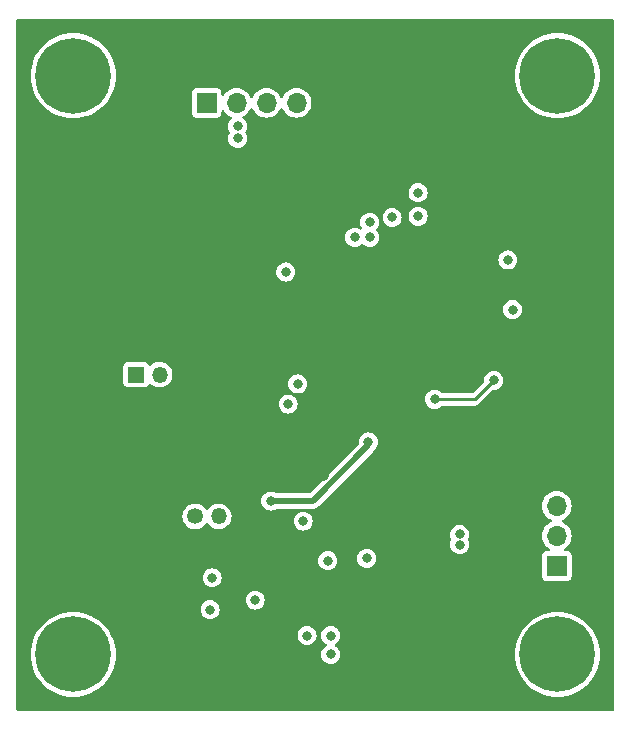
<source format=gbr>
%TF.GenerationSoftware,KiCad,Pcbnew,7.0.2-0*%
%TF.CreationDate,2025-01-08T13:19:12-05:00*%
%TF.ProjectId,plaqchek_sipm_sens,706c6171-6368-4656-9b5f-7369706d5f73,rev?*%
%TF.SameCoordinates,Original*%
%TF.FileFunction,Copper,L4,Bot*%
%TF.FilePolarity,Positive*%
%FSLAX46Y46*%
G04 Gerber Fmt 4.6, Leading zero omitted, Abs format (unit mm)*
G04 Created by KiCad (PCBNEW 7.0.2-0) date 2025-01-08 13:19:12*
%MOMM*%
%LPD*%
G01*
G04 APERTURE LIST*
%TA.AperFunction,ComponentPad*%
%ADD10C,6.400000*%
%TD*%
%TA.AperFunction,ComponentPad*%
%ADD11R,1.700000X1.700000*%
%TD*%
%TA.AperFunction,ComponentPad*%
%ADD12O,1.700000X1.700000*%
%TD*%
%TA.AperFunction,SMDPad,CuDef*%
%ADD13C,1.000000*%
%TD*%
%TA.AperFunction,ComponentPad*%
%ADD14R,1.350000X1.350000*%
%TD*%
%TA.AperFunction,ComponentPad*%
%ADD15O,1.350000X1.350000*%
%TD*%
%TA.AperFunction,ComponentPad*%
%ADD16C,1.350000*%
%TD*%
%TA.AperFunction,ViaPad*%
%ADD17C,0.800000*%
%TD*%
%TA.AperFunction,Conductor*%
%ADD18C,0.500000*%
%TD*%
%TA.AperFunction,Conductor*%
%ADD19C,0.250000*%
%TD*%
G04 APERTURE END LIST*
D10*
%TO.P,H3,1,1*%
%TO.N,Net-(H3-Pad1)*%
X156000000Y-111000000D03*
%TD*%
%TO.P,H2,1,1*%
%TO.N,Net-(H2-Pad1)*%
X197000000Y-62000000D03*
%TD*%
%TO.P,H1,1,1*%
%TO.N,Net-(H1-Pad1)*%
X156000000Y-62000000D03*
%TD*%
D11*
%TO.P,J2,1,Pin_1*%
%TO.N,SPI_3V3_ADC_CS*%
X196950000Y-103505000D03*
D12*
%TO.P,J2,2,Pin_2*%
%TO.N,SPI_3V3_ADC_MISO*%
X196950000Y-100965000D03*
%TO.P,J2,3,Pin_3*%
%TO.N,SPI_3V3_ADC_SCLK*%
X196950000Y-98425000D03*
%TO.P,J2,4,Pin_4*%
%TO.N,GND*%
X196950000Y-95885000D03*
%TD*%
D11*
%TO.P,J3,1,Pin_1*%
%TO.N,SIPM_BIAS_OUT*%
X167296000Y-64300000D03*
D12*
%TO.P,J3,2,Pin_2*%
%TO.N,+6V*%
X169836000Y-64300000D03*
%TO.P,J3,3,Pin_3*%
%TO.N,+3V3*%
X172376000Y-64300000D03*
%TO.P,J3,4,Pin_4*%
%TO.N,-6V5*%
X174916000Y-64300000D03*
%TO.P,J3,5,Pin_5*%
%TO.N,GND*%
X177456000Y-64300000D03*
%TD*%
D10*
%TO.P,H4,1,1*%
%TO.N,Net-(H4-Pad1)*%
X197000000Y-111000000D03*
%TD*%
D13*
%TO.P,TP18,1,1*%
%TO.N,GND*%
X157560000Y-87340000D03*
%TD*%
D14*
%TO.P,U10,1,C*%
%TO.N,/SIPM Readout/SIPM_BIAS*%
X161327000Y-87303000D03*
D15*
%TO.P,U10,2,A*%
%TO.N,/SIPM Readout/SIPM_OUT*%
X163327000Y-87303000D03*
D16*
%TO.P,U10,3,NC*%
%TO.N,unconnected-(U10-NC-Pad3)*%
X166327000Y-99303000D03*
D15*
%TO.P,U10,4,NC*%
%TO.N,unconnected-(U10-NC-Pad4)*%
X168327000Y-99303000D03*
%TD*%
D17*
%TO.N,+6V*%
X193200000Y-81800000D03*
X169926000Y-66294000D03*
X169926000Y-67310000D03*
X192800000Y-77600000D03*
%TO.N,GND*%
X162535000Y-75398000D03*
X184000000Y-58000000D03*
X183000000Y-63400000D03*
X201000000Y-83000000D03*
X186000000Y-109000000D03*
X152000000Y-94000000D03*
X152000000Y-66000000D03*
X176000000Y-58000000D03*
X168000000Y-113000000D03*
X192000000Y-58000000D03*
X164300000Y-78600000D03*
X193000000Y-96000000D03*
X194350000Y-105600000D03*
X152000000Y-78000000D03*
X180000000Y-58000000D03*
X165200000Y-85700000D03*
X152000000Y-106000000D03*
X193400000Y-98600000D03*
X175768000Y-78740000D03*
X190775000Y-111450000D03*
X163800000Y-85600000D03*
X196000000Y-58000000D03*
X181200000Y-81200000D03*
X189250000Y-87200000D03*
X165200000Y-83200000D03*
X152000000Y-70000000D03*
X185700000Y-90300000D03*
X160000000Y-58000000D03*
X160000000Y-85600000D03*
X183000000Y-66000000D03*
X170000000Y-115000000D03*
X201000000Y-111000000D03*
X172000000Y-58000000D03*
X201000000Y-103000000D03*
X172000000Y-80800000D03*
X159000000Y-87000000D03*
X164200000Y-74400000D03*
X179900000Y-96300000D03*
X184750000Y-107000000D03*
X175250000Y-107250000D03*
X163000000Y-89000000D03*
X166000000Y-112000000D03*
X192000000Y-76000000D03*
X180200000Y-66200000D03*
X194150000Y-104425000D03*
X165500000Y-88500000D03*
X163800000Y-82200000D03*
X183000000Y-91000000D03*
X162000000Y-115000000D03*
X174000000Y-115000000D03*
X157400000Y-72700000D03*
X201000000Y-95000000D03*
X168600000Y-70600000D03*
X193830000Y-101150000D03*
X194000000Y-115000000D03*
X189000000Y-109000000D03*
X177371216Y-104777203D03*
X163800000Y-84000000D03*
X185750000Y-107000000D03*
X172750000Y-101000000D03*
X167000000Y-72800000D03*
X188000000Y-58000000D03*
X179750000Y-93000000D03*
X156000000Y-58000000D03*
X154600000Y-79100000D03*
X201000000Y-71000000D03*
X159470000Y-82910000D03*
X162435000Y-73398000D03*
X155900000Y-80400000D03*
X152000000Y-58000000D03*
X190000000Y-115000000D03*
X178300000Y-98090000D03*
X191600000Y-86500000D03*
X158000000Y-115000000D03*
X152000000Y-114000000D03*
X168600000Y-66500000D03*
X190000000Y-98000000D03*
X186000000Y-92000000D03*
X186200000Y-61800000D03*
X152000000Y-62000000D03*
X190000000Y-95600000D03*
X170250000Y-88500000D03*
X164000000Y-58000000D03*
X161290000Y-78740000D03*
X201000000Y-59000000D03*
X152000000Y-110000000D03*
X201000000Y-91000000D03*
X156500000Y-76400000D03*
X168600000Y-67700000D03*
X159900000Y-60300000D03*
X201000000Y-107000000D03*
X201000000Y-87000000D03*
X180000000Y-89000000D03*
X172500000Y-93200000D03*
X177546000Y-101600000D03*
X200000000Y-58000000D03*
X181150000Y-109225000D03*
X163759750Y-68798000D03*
X184750000Y-105000000D03*
X201000000Y-63000000D03*
X162189750Y-65828000D03*
X181575000Y-106900000D03*
X193000000Y-85000000D03*
X182975000Y-107975000D03*
X189000000Y-75000000D03*
X201000000Y-99000000D03*
X182372000Y-82550000D03*
X186000000Y-115000000D03*
X193000000Y-93000000D03*
X152000000Y-90000000D03*
X152000000Y-82000000D03*
X176900000Y-90900000D03*
X192000000Y-109000000D03*
X165200000Y-72900000D03*
X183000000Y-89000000D03*
X185750000Y-102800000D03*
X156500000Y-77500000D03*
X178750000Y-107500000D03*
X183000000Y-87000000D03*
X201000000Y-67000000D03*
X195525000Y-105075000D03*
X152000000Y-102000000D03*
X174000000Y-105750000D03*
X154136000Y-66498000D03*
X194000000Y-67000000D03*
X177200000Y-94510000D03*
X163700000Y-72900000D03*
X167820000Y-86080000D03*
X181200000Y-64600000D03*
X201000000Y-75000000D03*
X178000000Y-115000000D03*
X184800000Y-64600000D03*
X160000000Y-89000000D03*
X190600000Y-93400000D03*
X176448455Y-83889720D03*
X166000000Y-67600000D03*
X168000000Y-88500000D03*
X166000000Y-115000000D03*
X182000000Y-115000000D03*
X162575000Y-109250000D03*
X168100000Y-72000000D03*
X162100000Y-85600000D03*
X169800000Y-106400000D03*
X177071831Y-73066898D03*
X166000000Y-66500000D03*
X201000000Y-79000000D03*
X168780000Y-101780000D03*
X177800000Y-86900000D03*
X192000000Y-72000000D03*
X198000000Y-115000000D03*
X164200000Y-80300000D03*
X192024000Y-78994000D03*
X152000000Y-86000000D03*
X152000000Y-74000000D03*
X168000000Y-58000000D03*
X178900000Y-67500000D03*
X185750000Y-105000000D03*
X154000000Y-115000000D03*
X172750000Y-99500000D03*
X177200000Y-95900000D03*
X190600000Y-94600000D03*
X165700000Y-68700000D03*
X168600000Y-68700000D03*
X179396036Y-105128700D03*
X184050000Y-83650000D03*
X173500000Y-87500000D03*
X160000000Y-81100000D03*
X156500000Y-75100000D03*
X166600000Y-82200000D03*
X201000000Y-115000000D03*
X177558734Y-85113874D03*
X161600000Y-79900000D03*
X192400000Y-99600000D03*
X186100000Y-100500000D03*
X152000000Y-98000000D03*
X182000000Y-84000000D03*
%TO.N,+5VA*%
X181102000Y-75692000D03*
X179832000Y-75692000D03*
X181102000Y-74422000D03*
X175000000Y-88100000D03*
X167770000Y-104510000D03*
X174200000Y-89800000D03*
%TO.N,Net-(U3-OUT)*%
X172724643Y-98012601D03*
X181000000Y-93000000D03*
%TO.N,+5.35V*%
X186600000Y-89400000D03*
X191600000Y-87800000D03*
%TO.N,+1V8*%
X177800000Y-109400000D03*
X180848000Y-102870000D03*
X175800000Y-109400000D03*
X177800000Y-111000000D03*
%TO.N,+3V3*%
X167600000Y-107200000D03*
X171400000Y-106400000D03*
X188710000Y-100840000D03*
X188720000Y-101700000D03*
%TO.N,-5VA*%
X175464448Y-99719320D03*
X173997000Y-78618000D03*
X177546000Y-103058500D03*
X185200000Y-71900000D03*
X183000000Y-74000000D03*
X185200000Y-73900000D03*
%TD*%
D18*
%TO.N,Net-(U3-OUT)*%
X176289481Y-98012601D02*
X181000000Y-93302082D01*
X181000000Y-93302082D02*
X181000000Y-93000000D01*
X172724643Y-98012601D02*
X176289481Y-98012601D01*
D19*
X181000000Y-93000000D02*
X181000000Y-93125305D01*
%TO.N,+5.35V*%
X190000000Y-89400000D02*
X186600000Y-89400000D01*
X191600000Y-87800000D02*
X190000000Y-89400000D01*
%TD*%
%TA.AperFunction,Conductor*%
%TO.N,GND*%
G36*
X201742539Y-57220185D02*
G01*
X201788294Y-57272989D01*
X201799500Y-57324500D01*
X201799500Y-115675500D01*
X201779815Y-115742539D01*
X201727011Y-115788294D01*
X201675500Y-115799500D01*
X151324500Y-115799500D01*
X151257461Y-115779815D01*
X151211706Y-115727011D01*
X151200500Y-115675500D01*
X151200500Y-111000000D01*
X152394559Y-111000000D01*
X152394729Y-111003243D01*
X152412876Y-111349523D01*
X152414310Y-111376871D01*
X152414815Y-111380064D01*
X152414817Y-111380076D01*
X152472838Y-111746404D01*
X152472840Y-111746417D01*
X152473347Y-111749613D01*
X152571022Y-112114143D01*
X152706266Y-112466465D01*
X152707735Y-112469348D01*
X152707739Y-112469357D01*
X152876122Y-112799827D01*
X152877597Y-112802721D01*
X153083137Y-113119225D01*
X153320635Y-113412511D01*
X153587489Y-113679365D01*
X153880775Y-113916863D01*
X154197279Y-114122403D01*
X154533535Y-114293734D01*
X154885857Y-114428978D01*
X155250387Y-114526653D01*
X155623129Y-114585690D01*
X156000000Y-114605441D01*
X156376871Y-114585690D01*
X156749613Y-114526653D01*
X157114143Y-114428978D01*
X157466465Y-114293734D01*
X157802721Y-114122403D01*
X158119225Y-113916863D01*
X158412511Y-113679365D01*
X158679365Y-113412511D01*
X158916863Y-113119225D01*
X159122403Y-112802721D01*
X159293734Y-112466465D01*
X159428978Y-112114143D01*
X159526653Y-111749613D01*
X159585690Y-111376871D01*
X159605441Y-111000000D01*
X159605441Y-110999999D01*
X176994434Y-110999999D01*
X177014631Y-111179251D01*
X177014631Y-111179253D01*
X177014632Y-111179255D01*
X177074211Y-111349522D01*
X177130978Y-111439867D01*
X177170185Y-111502264D01*
X177297735Y-111629814D01*
X177297737Y-111629815D01*
X177297738Y-111629816D01*
X177450478Y-111725789D01*
X177620745Y-111785368D01*
X177800000Y-111805565D01*
X177979255Y-111785368D01*
X178149522Y-111725789D01*
X178302262Y-111629816D01*
X178429816Y-111502262D01*
X178525789Y-111349522D01*
X178585368Y-111179255D01*
X178605565Y-111000000D01*
X193394559Y-111000000D01*
X193394729Y-111003243D01*
X193412876Y-111349523D01*
X193414310Y-111376871D01*
X193414815Y-111380064D01*
X193414817Y-111380076D01*
X193472838Y-111746404D01*
X193472840Y-111746417D01*
X193473347Y-111749613D01*
X193571022Y-112114143D01*
X193706266Y-112466465D01*
X193707735Y-112469348D01*
X193707739Y-112469357D01*
X193876122Y-112799827D01*
X193877597Y-112802721D01*
X194083137Y-113119225D01*
X194320635Y-113412511D01*
X194587489Y-113679365D01*
X194880775Y-113916863D01*
X195197279Y-114122403D01*
X195533535Y-114293734D01*
X195885857Y-114428978D01*
X196250387Y-114526653D01*
X196623129Y-114585690D01*
X197000000Y-114605441D01*
X197376871Y-114585690D01*
X197749613Y-114526653D01*
X198114143Y-114428978D01*
X198466465Y-114293734D01*
X198802721Y-114122403D01*
X199119225Y-113916863D01*
X199412511Y-113679365D01*
X199679365Y-113412511D01*
X199916863Y-113119225D01*
X200122403Y-112802721D01*
X200293734Y-112466465D01*
X200428978Y-112114143D01*
X200526653Y-111749613D01*
X200585690Y-111376871D01*
X200605441Y-111000000D01*
X200585690Y-110623129D01*
X200526653Y-110250387D01*
X200428978Y-109885857D01*
X200293734Y-109533535D01*
X200122403Y-109197280D01*
X199916863Y-108880775D01*
X199679365Y-108587489D01*
X199412511Y-108320635D01*
X199119225Y-108083137D01*
X198802721Y-107877597D01*
X198799833Y-107876125D01*
X198799827Y-107876122D01*
X198469357Y-107707739D01*
X198469348Y-107707735D01*
X198466465Y-107706266D01*
X198463433Y-107705102D01*
X198117166Y-107572182D01*
X198117158Y-107572179D01*
X198114143Y-107571022D01*
X198111018Y-107570184D01*
X198111013Y-107570183D01*
X197752746Y-107474186D01*
X197752737Y-107474184D01*
X197749613Y-107473347D01*
X197746417Y-107472840D01*
X197746404Y-107472838D01*
X197380076Y-107414817D01*
X197380064Y-107414815D01*
X197376871Y-107414310D01*
X197373638Y-107414140D01*
X197373633Y-107414140D01*
X197003244Y-107394729D01*
X197000000Y-107394559D01*
X196996756Y-107394729D01*
X196626366Y-107414140D01*
X196626359Y-107414140D01*
X196623129Y-107414310D01*
X196619937Y-107414815D01*
X196619923Y-107414817D01*
X196253595Y-107472838D01*
X196253578Y-107472841D01*
X196250387Y-107473347D01*
X196247266Y-107474183D01*
X196247253Y-107474186D01*
X195888986Y-107570183D01*
X195888975Y-107570186D01*
X195885857Y-107571022D01*
X195882846Y-107572177D01*
X195882833Y-107572182D01*
X195536566Y-107705102D01*
X195536557Y-107705105D01*
X195533535Y-107706266D01*
X195530658Y-107707731D01*
X195530642Y-107707739D01*
X195200173Y-107876122D01*
X195200159Y-107876129D01*
X195197280Y-107877597D01*
X195194560Y-107879363D01*
X195194552Y-107879368D01*
X194883503Y-108081365D01*
X194883497Y-108081368D01*
X194880775Y-108083137D01*
X194878255Y-108085177D01*
X194878249Y-108085182D01*
X194590007Y-108318595D01*
X194589996Y-108318604D01*
X194587489Y-108320635D01*
X194585204Y-108322919D01*
X194585194Y-108322929D01*
X194322929Y-108585194D01*
X194322919Y-108585204D01*
X194320635Y-108587489D01*
X194318604Y-108589996D01*
X194318595Y-108590007D01*
X194085182Y-108878249D01*
X194085177Y-108878255D01*
X194083137Y-108880775D01*
X194081368Y-108883497D01*
X194081365Y-108883503D01*
X193879368Y-109194552D01*
X193879363Y-109194560D01*
X193877597Y-109197280D01*
X193876129Y-109200159D01*
X193876122Y-109200173D01*
X193707739Y-109530642D01*
X193707731Y-109530658D01*
X193706266Y-109533535D01*
X193705105Y-109536557D01*
X193705102Y-109536566D01*
X193572182Y-109882833D01*
X193572177Y-109882846D01*
X193571022Y-109885857D01*
X193570186Y-109888975D01*
X193570183Y-109888986D01*
X193474186Y-110247253D01*
X193474183Y-110247266D01*
X193473347Y-110250387D01*
X193472841Y-110253578D01*
X193472838Y-110253595D01*
X193414817Y-110619923D01*
X193414815Y-110619937D01*
X193414310Y-110623129D01*
X193414140Y-110626359D01*
X193414140Y-110626366D01*
X193403953Y-110820745D01*
X193394559Y-111000000D01*
X178605565Y-111000000D01*
X178585368Y-110820745D01*
X178525789Y-110650478D01*
X178429816Y-110497738D01*
X178429815Y-110497737D01*
X178429814Y-110497735D01*
X178302264Y-110370185D01*
X178267602Y-110348406D01*
X178198510Y-110304992D01*
X178152221Y-110252660D01*
X178141572Y-110183606D01*
X178169947Y-110119758D01*
X178198509Y-110095007D01*
X178302262Y-110029816D01*
X178429816Y-109902262D01*
X178525789Y-109749522D01*
X178585368Y-109579255D01*
X178605565Y-109400000D01*
X178585368Y-109220745D01*
X178525789Y-109050478D01*
X178429816Y-108897738D01*
X178429815Y-108897737D01*
X178429814Y-108897735D01*
X178302264Y-108770185D01*
X178239867Y-108730979D01*
X178149522Y-108674211D01*
X177979255Y-108614632D01*
X177979253Y-108614631D01*
X177979251Y-108614631D01*
X177799999Y-108594434D01*
X177620748Y-108614631D01*
X177620745Y-108614631D01*
X177620745Y-108614632D01*
X177450478Y-108674211D01*
X177450476Y-108674211D01*
X177450476Y-108674212D01*
X177297735Y-108770185D01*
X177170185Y-108897735D01*
X177074212Y-109050476D01*
X177074211Y-109050478D01*
X177014632Y-109220745D01*
X177014631Y-109220748D01*
X176994434Y-109399999D01*
X177014631Y-109579251D01*
X177014631Y-109579253D01*
X177014632Y-109579255D01*
X177074211Y-109749522D01*
X177074212Y-109749523D01*
X177170185Y-109902264D01*
X177297736Y-110029815D01*
X177401487Y-110095006D01*
X177447778Y-110147341D01*
X177458426Y-110216394D01*
X177430051Y-110280243D01*
X177401487Y-110304994D01*
X177297736Y-110370184D01*
X177170185Y-110497735D01*
X177074212Y-110650476D01*
X177014631Y-110820748D01*
X176994434Y-110999999D01*
X159605441Y-110999999D01*
X159585690Y-110623129D01*
X159526653Y-110250387D01*
X159428978Y-109885857D01*
X159293734Y-109533535D01*
X159225694Y-109400000D01*
X174994434Y-109400000D01*
X175014631Y-109579251D01*
X175014631Y-109579253D01*
X175014632Y-109579255D01*
X175074211Y-109749522D01*
X175074212Y-109749523D01*
X175170185Y-109902264D01*
X175297735Y-110029814D01*
X175297737Y-110029815D01*
X175297738Y-110029816D01*
X175450478Y-110125789D01*
X175620745Y-110185368D01*
X175800000Y-110205565D01*
X175979255Y-110185368D01*
X176149522Y-110125789D01*
X176302262Y-110029816D01*
X176429816Y-109902262D01*
X176525789Y-109749522D01*
X176585368Y-109579255D01*
X176605565Y-109400000D01*
X176585368Y-109220745D01*
X176525789Y-109050478D01*
X176429816Y-108897738D01*
X176429815Y-108897737D01*
X176429814Y-108897735D01*
X176302264Y-108770185D01*
X176239867Y-108730979D01*
X176149522Y-108674211D01*
X175979255Y-108614632D01*
X175979253Y-108614631D01*
X175979251Y-108614631D01*
X175800000Y-108594434D01*
X175620748Y-108614631D01*
X175620745Y-108614631D01*
X175620745Y-108614632D01*
X175450478Y-108674211D01*
X175450476Y-108674211D01*
X175450476Y-108674212D01*
X175297735Y-108770185D01*
X175170185Y-108897735D01*
X175074212Y-109050476D01*
X175074211Y-109050478D01*
X175014632Y-109220745D01*
X175014631Y-109220748D01*
X174994434Y-109400000D01*
X159225694Y-109400000D01*
X159122403Y-109197280D01*
X158916863Y-108880775D01*
X158679365Y-108587489D01*
X158412511Y-108320635D01*
X158119225Y-108083137D01*
X157802721Y-107877597D01*
X157799833Y-107876125D01*
X157799827Y-107876122D01*
X157469357Y-107707739D01*
X157469348Y-107707735D01*
X157466465Y-107706266D01*
X157463433Y-107705102D01*
X157117166Y-107572182D01*
X157117158Y-107572179D01*
X157114143Y-107571022D01*
X157111018Y-107570184D01*
X157111013Y-107570183D01*
X156752746Y-107474186D01*
X156752737Y-107474184D01*
X156749613Y-107473347D01*
X156746417Y-107472840D01*
X156746404Y-107472838D01*
X156380076Y-107414817D01*
X156380064Y-107414815D01*
X156376871Y-107414310D01*
X156373638Y-107414140D01*
X156373633Y-107414140D01*
X156003244Y-107394729D01*
X156000000Y-107394559D01*
X155996756Y-107394729D01*
X155626366Y-107414140D01*
X155626359Y-107414140D01*
X155623129Y-107414310D01*
X155619937Y-107414815D01*
X155619923Y-107414817D01*
X155253595Y-107472838D01*
X155253578Y-107472841D01*
X155250387Y-107473347D01*
X155247266Y-107474183D01*
X155247253Y-107474186D01*
X154888986Y-107570183D01*
X154888975Y-107570186D01*
X154885857Y-107571022D01*
X154882846Y-107572177D01*
X154882833Y-107572182D01*
X154536566Y-107705102D01*
X154536557Y-107705105D01*
X154533535Y-107706266D01*
X154530658Y-107707731D01*
X154530642Y-107707739D01*
X154200173Y-107876122D01*
X154200159Y-107876129D01*
X154197280Y-107877597D01*
X154194560Y-107879363D01*
X154194552Y-107879368D01*
X153883503Y-108081365D01*
X153883497Y-108081368D01*
X153880775Y-108083137D01*
X153878255Y-108085177D01*
X153878249Y-108085182D01*
X153590007Y-108318595D01*
X153589996Y-108318604D01*
X153587489Y-108320635D01*
X153585204Y-108322919D01*
X153585194Y-108322929D01*
X153322929Y-108585194D01*
X153322919Y-108585204D01*
X153320635Y-108587489D01*
X153318604Y-108589996D01*
X153318595Y-108590007D01*
X153085182Y-108878249D01*
X153085177Y-108878255D01*
X153083137Y-108880775D01*
X153081368Y-108883497D01*
X153081365Y-108883503D01*
X152879368Y-109194552D01*
X152879363Y-109194560D01*
X152877597Y-109197280D01*
X152876129Y-109200159D01*
X152876122Y-109200173D01*
X152707739Y-109530642D01*
X152707731Y-109530658D01*
X152706266Y-109533535D01*
X152705105Y-109536557D01*
X152705102Y-109536566D01*
X152572182Y-109882833D01*
X152572177Y-109882846D01*
X152571022Y-109885857D01*
X152570186Y-109888975D01*
X152570183Y-109888986D01*
X152474186Y-110247253D01*
X152474183Y-110247266D01*
X152473347Y-110250387D01*
X152472841Y-110253578D01*
X152472838Y-110253595D01*
X152414817Y-110619923D01*
X152414815Y-110619937D01*
X152414310Y-110623129D01*
X152414140Y-110626359D01*
X152414140Y-110626366D01*
X152403953Y-110820745D01*
X152394559Y-111000000D01*
X151200500Y-111000000D01*
X151200500Y-107200000D01*
X166794434Y-107200000D01*
X166814631Y-107379251D01*
X166814631Y-107379253D01*
X166814632Y-107379255D01*
X166874211Y-107549522D01*
X166930978Y-107639867D01*
X166970185Y-107702264D01*
X167097735Y-107829814D01*
X167097737Y-107829815D01*
X167097738Y-107829816D01*
X167250478Y-107925789D01*
X167420745Y-107985368D01*
X167600000Y-108005565D01*
X167779255Y-107985368D01*
X167949522Y-107925789D01*
X168102262Y-107829816D01*
X168229816Y-107702262D01*
X168325789Y-107549522D01*
X168385368Y-107379255D01*
X168405565Y-107200000D01*
X168385368Y-107020745D01*
X168325789Y-106850478D01*
X168229816Y-106697738D01*
X168229815Y-106697737D01*
X168229814Y-106697735D01*
X168102264Y-106570185D01*
X168039867Y-106530978D01*
X167949522Y-106474211D01*
X167779255Y-106414632D01*
X167779253Y-106414631D01*
X167779251Y-106414631D01*
X167649399Y-106400000D01*
X170594434Y-106400000D01*
X170614631Y-106579251D01*
X170614631Y-106579253D01*
X170614632Y-106579255D01*
X170674211Y-106749522D01*
X170674212Y-106749523D01*
X170770185Y-106902264D01*
X170897735Y-107029814D01*
X170897737Y-107029815D01*
X170897738Y-107029816D01*
X171050478Y-107125789D01*
X171220745Y-107185368D01*
X171400000Y-107205565D01*
X171579255Y-107185368D01*
X171749522Y-107125789D01*
X171902262Y-107029816D01*
X172029816Y-106902262D01*
X172125789Y-106749522D01*
X172185368Y-106579255D01*
X172205565Y-106400000D01*
X172185368Y-106220745D01*
X172125789Y-106050478D01*
X172029816Y-105897738D01*
X172029815Y-105897737D01*
X172029814Y-105897735D01*
X171902264Y-105770185D01*
X171839867Y-105730979D01*
X171749522Y-105674211D01*
X171579255Y-105614632D01*
X171579253Y-105614631D01*
X171579251Y-105614631D01*
X171400000Y-105594434D01*
X171220748Y-105614631D01*
X171220745Y-105614631D01*
X171220745Y-105614632D01*
X171050478Y-105674211D01*
X171050476Y-105674211D01*
X171050476Y-105674212D01*
X170897735Y-105770185D01*
X170770185Y-105897735D01*
X170674212Y-106050476D01*
X170614631Y-106220748D01*
X170594434Y-106400000D01*
X167649399Y-106400000D01*
X167600000Y-106394434D01*
X167420748Y-106414631D01*
X167420745Y-106414631D01*
X167420745Y-106414632D01*
X167250478Y-106474211D01*
X167250476Y-106474211D01*
X167250476Y-106474212D01*
X167097735Y-106570185D01*
X166970185Y-106697735D01*
X166937645Y-106749523D01*
X166874211Y-106850478D01*
X166814632Y-107020745D01*
X166814631Y-107020748D01*
X166794434Y-107200000D01*
X151200500Y-107200000D01*
X151200500Y-104510000D01*
X166964434Y-104510000D01*
X166984631Y-104689251D01*
X166984631Y-104689253D01*
X166984632Y-104689255D01*
X167044211Y-104859522D01*
X167044212Y-104859523D01*
X167140185Y-105012264D01*
X167267735Y-105139814D01*
X167267737Y-105139815D01*
X167267738Y-105139816D01*
X167420478Y-105235789D01*
X167590745Y-105295368D01*
X167770000Y-105315565D01*
X167949255Y-105295368D01*
X168119522Y-105235789D01*
X168272262Y-105139816D01*
X168399816Y-105012262D01*
X168495789Y-104859522D01*
X168555368Y-104689255D01*
X168575565Y-104510000D01*
X168555368Y-104330745D01*
X168495789Y-104160478D01*
X168399816Y-104007738D01*
X168399815Y-104007737D01*
X168399814Y-104007735D01*
X168272264Y-103880185D01*
X168119646Y-103784289D01*
X168119522Y-103784211D01*
X167949255Y-103724632D01*
X167949253Y-103724631D01*
X167949251Y-103724631D01*
X167770000Y-103704434D01*
X167590748Y-103724631D01*
X167590745Y-103724631D01*
X167590745Y-103724632D01*
X167420478Y-103784211D01*
X167420476Y-103784211D01*
X167420476Y-103784212D01*
X167267735Y-103880185D01*
X167140185Y-104007735D01*
X167044212Y-104160476D01*
X166984631Y-104330748D01*
X166964434Y-104510000D01*
X151200500Y-104510000D01*
X151200500Y-103058499D01*
X176740434Y-103058499D01*
X176760631Y-103237751D01*
X176760631Y-103237753D01*
X176760632Y-103237755D01*
X176820211Y-103408022D01*
X176820212Y-103408023D01*
X176916185Y-103560764D01*
X177043735Y-103688314D01*
X177043737Y-103688315D01*
X177043738Y-103688316D01*
X177196478Y-103784289D01*
X177366745Y-103843868D01*
X177546000Y-103864065D01*
X177725255Y-103843868D01*
X177895522Y-103784289D01*
X178048262Y-103688316D01*
X178175816Y-103560762D01*
X178271789Y-103408022D01*
X178331368Y-103237755D01*
X178351565Y-103058500D01*
X178331368Y-102879245D01*
X178328133Y-102870000D01*
X180042434Y-102870000D01*
X180062631Y-103049251D01*
X180062631Y-103049253D01*
X180062632Y-103049255D01*
X180122211Y-103219522D01*
X180122212Y-103219523D01*
X180218185Y-103372264D01*
X180345735Y-103499814D01*
X180345737Y-103499815D01*
X180345738Y-103499816D01*
X180498478Y-103595789D01*
X180668745Y-103655368D01*
X180848000Y-103675565D01*
X181027255Y-103655368D01*
X181197522Y-103595789D01*
X181350262Y-103499816D01*
X181477816Y-103372262D01*
X181573789Y-103219522D01*
X181633368Y-103049255D01*
X181653565Y-102870000D01*
X181633368Y-102690745D01*
X181573789Y-102520478D01*
X181477816Y-102367738D01*
X181477815Y-102367737D01*
X181477814Y-102367735D01*
X181350264Y-102240185D01*
X181257680Y-102182011D01*
X181197522Y-102144211D01*
X181027255Y-102084632D01*
X181027253Y-102084631D01*
X181027251Y-102084631D01*
X180848000Y-102064434D01*
X180668748Y-102084631D01*
X180668745Y-102084631D01*
X180668745Y-102084632D01*
X180498478Y-102144211D01*
X180498476Y-102144211D01*
X180498476Y-102144212D01*
X180345735Y-102240185D01*
X180218185Y-102367735D01*
X180179888Y-102428685D01*
X180122211Y-102520478D01*
X180118985Y-102529697D01*
X180062631Y-102690748D01*
X180042434Y-102870000D01*
X178328133Y-102870000D01*
X178271789Y-102708978D01*
X178175816Y-102556238D01*
X178175815Y-102556237D01*
X178175814Y-102556235D01*
X178048264Y-102428685D01*
X177951262Y-102367735D01*
X177895522Y-102332711D01*
X177725255Y-102273132D01*
X177725253Y-102273131D01*
X177725251Y-102273131D01*
X177545999Y-102252934D01*
X177366748Y-102273131D01*
X177366745Y-102273131D01*
X177366745Y-102273132D01*
X177196478Y-102332711D01*
X177196476Y-102332711D01*
X177196476Y-102332712D01*
X177043735Y-102428685D01*
X176916185Y-102556235D01*
X176820212Y-102708976D01*
X176760631Y-102879248D01*
X176740434Y-103058499D01*
X151200500Y-103058499D01*
X151200500Y-100839999D01*
X187904434Y-100839999D01*
X187924631Y-101019251D01*
X187984212Y-101189524D01*
X187998325Y-101211984D01*
X188017326Y-101279221D01*
X187998328Y-101343925D01*
X187994211Y-101350477D01*
X187934631Y-101520744D01*
X187914434Y-101700000D01*
X187934631Y-101879251D01*
X187934631Y-101879253D01*
X187934632Y-101879255D01*
X187994211Y-102049522D01*
X188016272Y-102084632D01*
X188090185Y-102202264D01*
X188217735Y-102329814D01*
X188217737Y-102329815D01*
X188217738Y-102329816D01*
X188370478Y-102425789D01*
X188540745Y-102485368D01*
X188720000Y-102505565D01*
X188899255Y-102485368D01*
X189069522Y-102425789D01*
X189222262Y-102329816D01*
X189349816Y-102202262D01*
X189445789Y-102049522D01*
X189505368Y-101879255D01*
X189525565Y-101700000D01*
X189505368Y-101520745D01*
X189445789Y-101350478D01*
X189431673Y-101328013D01*
X189412673Y-101260779D01*
X189431676Y-101196067D01*
X189435789Y-101189522D01*
X189495368Y-101019255D01*
X189501481Y-100965000D01*
X195694722Y-100965000D01*
X195713792Y-101182974D01*
X195758674Y-101350477D01*
X195770425Y-101394330D01*
X195862898Y-101592639D01*
X195988402Y-101771877D01*
X196143123Y-101926598D01*
X196289263Y-102028926D01*
X196332887Y-102083502D01*
X196340081Y-102153000D01*
X196308558Y-102215355D01*
X196248328Y-102250769D01*
X196218140Y-102254500D01*
X196068485Y-102254500D01*
X196021589Y-102261927D01*
X195974696Y-102269354D01*
X195974694Y-102269354D01*
X195974693Y-102269355D01*
X195861657Y-102326949D01*
X195771950Y-102416656D01*
X195714353Y-102529697D01*
X195699500Y-102623478D01*
X195699500Y-104386514D01*
X195699501Y-104386518D01*
X195714354Y-104480304D01*
X195714354Y-104480305D01*
X195714355Y-104480306D01*
X195771949Y-104593342D01*
X195861656Y-104683049D01*
X195861658Y-104683050D01*
X195974696Y-104740646D01*
X196068481Y-104755500D01*
X197831518Y-104755499D01*
X197925304Y-104740646D01*
X198038342Y-104683050D01*
X198128050Y-104593342D01*
X198185646Y-104480304D01*
X198200500Y-104386519D01*
X198200499Y-102623482D01*
X198185646Y-102529696D01*
X198134178Y-102428684D01*
X198128050Y-102416657D01*
X198038343Y-102326950D01*
X197925302Y-102269353D01*
X197831521Y-102254500D01*
X197681861Y-102254500D01*
X197614822Y-102234815D01*
X197569067Y-102182011D01*
X197559123Y-102112853D01*
X197588148Y-102049297D01*
X197610734Y-102028928D01*
X197756877Y-101926598D01*
X197911598Y-101771877D01*
X198037102Y-101592639D01*
X198129575Y-101394330D01*
X198186207Y-101182977D01*
X198205277Y-100965000D01*
X198186207Y-100747023D01*
X198129575Y-100535670D01*
X198037102Y-100337362D01*
X197911598Y-100158123D01*
X197756877Y-100003402D01*
X197577639Y-99877898D01*
X197426417Y-99807382D01*
X197373978Y-99761210D01*
X197354826Y-99694016D01*
X197375042Y-99627135D01*
X197426417Y-99582618D01*
X197429324Y-99581262D01*
X197577639Y-99512102D01*
X197756877Y-99386598D01*
X197911598Y-99231877D01*
X198037102Y-99052639D01*
X198129575Y-98854330D01*
X198186207Y-98642977D01*
X198205277Y-98425000D01*
X198186207Y-98207023D01*
X198129575Y-97995670D01*
X198037102Y-97797362D01*
X197911598Y-97618123D01*
X197756877Y-97463402D01*
X197577639Y-97337898D01*
X197468085Y-97286812D01*
X197379331Y-97245425D01*
X197167974Y-97188792D01*
X196949999Y-97169722D01*
X196732025Y-97188792D01*
X196520668Y-97245425D01*
X196322361Y-97337898D01*
X196143122Y-97463402D01*
X195988402Y-97618122D01*
X195862898Y-97797361D01*
X195770425Y-97995668D01*
X195713792Y-98207025D01*
X195694722Y-98424999D01*
X195713792Y-98642974D01*
X195770425Y-98854331D01*
X195797699Y-98912820D01*
X195862898Y-99052639D01*
X195988402Y-99231877D01*
X196143123Y-99386598D01*
X196322361Y-99512102D01*
X196421237Y-99558208D01*
X196473582Y-99582618D01*
X196526021Y-99628791D01*
X196545173Y-99695984D01*
X196524957Y-99762865D01*
X196473582Y-99807382D01*
X196322361Y-99877898D01*
X196143122Y-100003402D01*
X195988402Y-100158122D01*
X195862898Y-100337361D01*
X195770425Y-100535668D01*
X195713792Y-100747025D01*
X195694722Y-100965000D01*
X189501481Y-100965000D01*
X189515565Y-100840000D01*
X189495368Y-100660745D01*
X189435789Y-100490478D01*
X189339816Y-100337738D01*
X189339815Y-100337737D01*
X189339814Y-100337735D01*
X189212264Y-100210185D01*
X189129406Y-100158122D01*
X189059522Y-100114211D01*
X188889255Y-100054632D01*
X188889253Y-100054631D01*
X188889251Y-100054631D01*
X188710000Y-100034434D01*
X188530748Y-100054631D01*
X188530745Y-100054631D01*
X188530745Y-100054632D01*
X188360478Y-100114211D01*
X188360476Y-100114211D01*
X188360476Y-100114212D01*
X188207735Y-100210185D01*
X188080185Y-100337735D01*
X188012718Y-100445109D01*
X187984211Y-100490478D01*
X187968398Y-100535670D01*
X187924631Y-100660748D01*
X187904434Y-100839999D01*
X151200500Y-100839999D01*
X151200500Y-99303000D01*
X165246892Y-99303000D01*
X165265282Y-99501470D01*
X165319827Y-99693178D01*
X165337562Y-99728793D01*
X165408674Y-99871604D01*
X165425954Y-99894486D01*
X165528791Y-100030665D01*
X165676087Y-100164943D01*
X165676089Y-100164944D01*
X165676090Y-100164945D01*
X165845554Y-100269873D01*
X166031414Y-100341876D01*
X166227340Y-100378500D01*
X166227342Y-100378500D01*
X166426658Y-100378500D01*
X166426660Y-100378500D01*
X166622586Y-100341876D01*
X166808446Y-100269873D01*
X166977910Y-100164945D01*
X167125209Y-100030664D01*
X167145797Y-100003402D01*
X167228046Y-99894486D01*
X167284154Y-99852849D01*
X167353866Y-99848157D01*
X167415048Y-99881900D01*
X167425954Y-99894486D01*
X167528789Y-100030663D01*
X167676087Y-100164943D01*
X167676089Y-100164944D01*
X167676090Y-100164945D01*
X167845554Y-100269873D01*
X168031414Y-100341876D01*
X168227340Y-100378500D01*
X168227342Y-100378500D01*
X168426658Y-100378500D01*
X168426660Y-100378500D01*
X168622586Y-100341876D01*
X168808446Y-100269873D01*
X168977910Y-100164945D01*
X169098917Y-100054632D01*
X169125208Y-100030665D01*
X169145796Y-100003402D01*
X169245326Y-99871604D01*
X169321155Y-99719319D01*
X174658882Y-99719319D01*
X174679079Y-99898571D01*
X174679079Y-99898573D01*
X174679080Y-99898575D01*
X174738659Y-100068842D01*
X174738660Y-100068843D01*
X174834633Y-100221584D01*
X174962183Y-100349134D01*
X174962185Y-100349135D01*
X174962186Y-100349136D01*
X175114926Y-100445109D01*
X175285193Y-100504688D01*
X175464448Y-100524885D01*
X175643703Y-100504688D01*
X175813970Y-100445109D01*
X175966710Y-100349136D01*
X176094264Y-100221582D01*
X176190237Y-100068842D01*
X176249816Y-99898575D01*
X176270013Y-99719320D01*
X176249816Y-99540065D01*
X176190237Y-99369798D01*
X176094264Y-99217058D01*
X176094263Y-99217057D01*
X176094262Y-99217055D01*
X175966712Y-99089505D01*
X175904315Y-99050298D01*
X175813970Y-98993531D01*
X175643703Y-98933952D01*
X175643701Y-98933951D01*
X175643699Y-98933951D01*
X175464447Y-98913754D01*
X175285196Y-98933951D01*
X175285193Y-98933951D01*
X175285193Y-98933952D01*
X175114926Y-98993531D01*
X175114924Y-98993531D01*
X175114924Y-98993532D01*
X174962183Y-99089505D01*
X174834633Y-99217055D01*
X174738660Y-99369796D01*
X174738659Y-99369798D01*
X174692585Y-99501469D01*
X174679079Y-99540068D01*
X174658882Y-99719319D01*
X169321155Y-99719319D01*
X169334171Y-99693180D01*
X169337843Y-99680277D01*
X169388717Y-99501470D01*
X169399361Y-99386598D01*
X169407108Y-99303000D01*
X169388717Y-99104531D01*
X169388717Y-99104529D01*
X169334172Y-98912821D01*
X169304475Y-98853183D01*
X169245326Y-98734396D01*
X169134145Y-98587169D01*
X169125208Y-98575334D01*
X168977912Y-98441056D01*
X168808447Y-98336127D01*
X168715516Y-98300125D01*
X168622586Y-98264124D01*
X168426660Y-98227500D01*
X168227340Y-98227500D01*
X168031414Y-98264124D01*
X167845552Y-98336127D01*
X167676087Y-98441056D01*
X167528791Y-98575334D01*
X167425954Y-98711513D01*
X167369845Y-98753149D01*
X167300133Y-98757840D01*
X167238951Y-98724098D01*
X167228046Y-98711513D01*
X167125208Y-98575334D01*
X166977912Y-98441056D01*
X166808447Y-98336127D01*
X166715516Y-98300125D01*
X166622586Y-98264124D01*
X166426660Y-98227500D01*
X166227340Y-98227500D01*
X166031414Y-98264124D01*
X165845552Y-98336127D01*
X165676087Y-98441056D01*
X165528791Y-98575334D01*
X165408674Y-98734396D01*
X165319827Y-98912821D01*
X165265282Y-99104529D01*
X165246892Y-99303000D01*
X151200500Y-99303000D01*
X151200500Y-98012600D01*
X171919077Y-98012600D01*
X171939274Y-98191852D01*
X171939274Y-98191854D01*
X171939275Y-98191856D01*
X171998854Y-98362123D01*
X171998855Y-98362124D01*
X172094828Y-98514865D01*
X172222378Y-98642415D01*
X172222380Y-98642416D01*
X172222381Y-98642417D01*
X172375121Y-98738390D01*
X172545388Y-98797969D01*
X172724643Y-98818166D01*
X172903898Y-98797969D01*
X173074165Y-98738390D01*
X173163739Y-98682106D01*
X173229711Y-98663101D01*
X176203976Y-98663101D01*
X176225185Y-98665442D01*
X176227775Y-98665360D01*
X176227777Y-98665361D01*
X176297743Y-98663161D01*
X176301638Y-98663101D01*
X176326506Y-98663101D01*
X176330406Y-98663101D01*
X176334775Y-98662548D01*
X176346420Y-98661631D01*
X176392050Y-98660198D01*
X176412430Y-98654276D01*
X176431470Y-98650333D01*
X176452539Y-98647672D01*
X176495001Y-98630859D01*
X176506038Y-98627081D01*
X176549879Y-98614345D01*
X176568151Y-98603537D01*
X176585617Y-98594981D01*
X176605352Y-98587169D01*
X176642297Y-98560326D01*
X176652029Y-98553933D01*
X176691346Y-98530682D01*
X176706355Y-98515672D01*
X176721144Y-98503040D01*
X176738318Y-98490564D01*
X176767427Y-98455375D01*
X176775271Y-98446755D01*
X181399513Y-93822513D01*
X181416162Y-93809176D01*
X181417936Y-93807286D01*
X181417940Y-93807284D01*
X181465897Y-93756213D01*
X181468515Y-93753511D01*
X181488911Y-93733117D01*
X181491610Y-93729636D01*
X181499184Y-93720767D01*
X181530448Y-93687475D01*
X181540672Y-93668875D01*
X181551351Y-93652618D01*
X181564363Y-93635845D01*
X181582498Y-93593934D01*
X181587633Y-93583456D01*
X181612354Y-93538490D01*
X181623857Y-93511744D01*
X181629813Y-93502264D01*
X181629816Y-93502262D01*
X181725789Y-93349522D01*
X181785368Y-93179255D01*
X181805565Y-93000000D01*
X181785368Y-92820745D01*
X181725789Y-92650478D01*
X181629816Y-92497738D01*
X181629815Y-92497737D01*
X181629814Y-92497735D01*
X181502264Y-92370185D01*
X181439867Y-92330979D01*
X181349522Y-92274211D01*
X181179255Y-92214632D01*
X181179253Y-92214631D01*
X181179251Y-92214631D01*
X181000000Y-92194434D01*
X180820748Y-92214631D01*
X180820745Y-92214631D01*
X180820745Y-92214632D01*
X180650478Y-92274211D01*
X180650476Y-92274211D01*
X180650476Y-92274212D01*
X180497735Y-92370185D01*
X180370185Y-92497735D01*
X180274212Y-92650476D01*
X180214631Y-92820748D01*
X180194434Y-93000000D01*
X180206755Y-93109354D01*
X180194700Y-93178176D01*
X180171216Y-93210918D01*
X176056354Y-97325782D01*
X175995031Y-97359267D01*
X175968673Y-97362101D01*
X173229711Y-97362101D01*
X173163739Y-97343095D01*
X173155466Y-97337897D01*
X173074165Y-97286812D01*
X172903898Y-97227233D01*
X172903896Y-97227232D01*
X172903894Y-97227232D01*
X172724643Y-97207035D01*
X172545391Y-97227232D01*
X172545388Y-97227232D01*
X172545388Y-97227233D01*
X172375121Y-97286812D01*
X172375119Y-97286812D01*
X172375119Y-97286813D01*
X172222378Y-97382786D01*
X172094828Y-97510336D01*
X171998855Y-97663077D01*
X171939274Y-97833349D01*
X171919077Y-98012600D01*
X151200500Y-98012600D01*
X151200500Y-89799999D01*
X173394434Y-89799999D01*
X173414631Y-89979251D01*
X173414631Y-89979253D01*
X173414632Y-89979255D01*
X173474211Y-90149522D01*
X173474212Y-90149523D01*
X173570185Y-90302264D01*
X173697735Y-90429814D01*
X173697737Y-90429815D01*
X173697738Y-90429816D01*
X173850478Y-90525789D01*
X174020745Y-90585368D01*
X174200000Y-90605565D01*
X174379255Y-90585368D01*
X174549522Y-90525789D01*
X174702262Y-90429816D01*
X174829816Y-90302262D01*
X174925789Y-90149522D01*
X174985368Y-89979255D01*
X175005565Y-89800000D01*
X174985368Y-89620745D01*
X174925789Y-89450478D01*
X174894071Y-89399999D01*
X185794434Y-89399999D01*
X185814631Y-89579251D01*
X185814631Y-89579253D01*
X185814632Y-89579255D01*
X185874211Y-89749522D01*
X185925290Y-89830813D01*
X185970185Y-89902264D01*
X186097735Y-90029814D01*
X186097737Y-90029815D01*
X186097738Y-90029816D01*
X186250478Y-90125789D01*
X186420745Y-90185368D01*
X186600000Y-90205565D01*
X186779255Y-90185368D01*
X186949522Y-90125789D01*
X187102262Y-90029816D01*
X187170260Y-89961817D01*
X187231581Y-89928334D01*
X187257940Y-89925500D01*
X189988890Y-89925500D01*
X189993123Y-89925571D01*
X190054245Y-89927660D01*
X190054245Y-89927659D01*
X190054246Y-89927660D01*
X190068706Y-89924135D01*
X190092070Y-89918441D01*
X190104532Y-89916073D01*
X190143111Y-89910771D01*
X190158392Y-89904132D01*
X190178421Y-89897397D01*
X190194594Y-89893457D01*
X190228531Y-89874374D01*
X190239879Y-89868737D01*
X190275609Y-89853219D01*
X190288521Y-89842713D01*
X190306008Y-89830813D01*
X190312291Y-89827279D01*
X190320512Y-89822658D01*
X190348043Y-89795125D01*
X190357458Y-89786628D01*
X190387665Y-89762054D01*
X190397269Y-89748447D01*
X190410881Y-89732287D01*
X191501698Y-88641470D01*
X191563019Y-88607987D01*
X191591335Y-88606541D01*
X191599998Y-88605564D01*
X191600000Y-88605565D01*
X191779255Y-88585368D01*
X191949522Y-88525789D01*
X192102262Y-88429816D01*
X192229816Y-88302262D01*
X192325789Y-88149522D01*
X192385368Y-87979255D01*
X192405565Y-87800000D01*
X192385368Y-87620745D01*
X192325789Y-87450478D01*
X192229816Y-87297738D01*
X192229815Y-87297737D01*
X192229814Y-87297735D01*
X192102264Y-87170185D01*
X191997776Y-87104531D01*
X191949522Y-87074211D01*
X191779255Y-87014632D01*
X191779253Y-87014631D01*
X191779251Y-87014631D01*
X191600000Y-86994434D01*
X191420748Y-87014631D01*
X191420745Y-87014631D01*
X191420745Y-87014632D01*
X191250478Y-87074211D01*
X191250476Y-87074211D01*
X191250476Y-87074212D01*
X191097735Y-87170185D01*
X190970185Y-87297735D01*
X190922132Y-87374212D01*
X190874211Y-87450478D01*
X190814632Y-87620745D01*
X190814631Y-87620748D01*
X190792870Y-87813884D01*
X190791098Y-87813684D01*
X190782008Y-87865567D01*
X190758527Y-87898302D01*
X189818650Y-88838181D01*
X189757327Y-88871666D01*
X189730969Y-88874500D01*
X187257940Y-88874500D01*
X187190901Y-88854815D01*
X187170263Y-88838185D01*
X187102262Y-88770184D01*
X186949522Y-88674211D01*
X186779255Y-88614632D01*
X186779253Y-88614631D01*
X186779251Y-88614631D01*
X186599999Y-88594434D01*
X186420748Y-88614631D01*
X186420745Y-88614631D01*
X186420745Y-88614632D01*
X186250478Y-88674211D01*
X186250476Y-88674211D01*
X186250476Y-88674212D01*
X186097735Y-88770185D01*
X185970185Y-88897735D01*
X185874212Y-89050476D01*
X185874211Y-89050478D01*
X185865906Y-89074212D01*
X185814631Y-89220748D01*
X185794434Y-89399999D01*
X174894071Y-89399999D01*
X174829816Y-89297738D01*
X174829815Y-89297737D01*
X174829814Y-89297735D01*
X174702264Y-89170185D01*
X174639867Y-89130979D01*
X174549522Y-89074211D01*
X174379255Y-89014632D01*
X174379253Y-89014631D01*
X174379251Y-89014631D01*
X174199999Y-88994434D01*
X174020748Y-89014631D01*
X174020745Y-89014631D01*
X174020745Y-89014632D01*
X173850478Y-89074211D01*
X173850476Y-89074211D01*
X173850476Y-89074212D01*
X173697735Y-89170185D01*
X173570185Y-89297735D01*
X173474212Y-89450476D01*
X173414631Y-89620748D01*
X173394434Y-89799999D01*
X151200500Y-89799999D01*
X151200500Y-88009514D01*
X160251500Y-88009514D01*
X160251501Y-88009518D01*
X160266354Y-88103304D01*
X160266354Y-88103305D01*
X160266355Y-88103306D01*
X160323949Y-88216342D01*
X160413656Y-88306049D01*
X160413658Y-88306050D01*
X160526696Y-88363646D01*
X160620481Y-88378500D01*
X162033518Y-88378499D01*
X162127304Y-88363646D01*
X162240342Y-88306050D01*
X162330050Y-88216342D01*
X162383851Y-88110751D01*
X162431825Y-88059955D01*
X162499646Y-88043160D01*
X162565781Y-88065697D01*
X162577865Y-88075401D01*
X162676090Y-88164945D01*
X162845554Y-88269873D01*
X163031414Y-88341876D01*
X163227340Y-88378500D01*
X163227342Y-88378500D01*
X163426658Y-88378500D01*
X163426660Y-88378500D01*
X163622586Y-88341876D01*
X163808446Y-88269873D01*
X163977910Y-88164945D01*
X164049152Y-88099999D01*
X174194434Y-88099999D01*
X174214631Y-88279251D01*
X174214631Y-88279253D01*
X174214632Y-88279255D01*
X174274211Y-88449522D01*
X174274212Y-88449523D01*
X174370185Y-88602264D01*
X174497735Y-88729814D01*
X174497737Y-88729815D01*
X174497738Y-88729816D01*
X174650478Y-88825789D01*
X174820745Y-88885368D01*
X175000000Y-88905565D01*
X175179255Y-88885368D01*
X175349522Y-88825789D01*
X175502262Y-88729816D01*
X175629816Y-88602262D01*
X175725789Y-88449522D01*
X175785368Y-88279255D01*
X175805565Y-88100000D01*
X175785368Y-87920745D01*
X175725789Y-87750478D01*
X175629816Y-87597738D01*
X175629815Y-87597737D01*
X175629814Y-87597735D01*
X175502264Y-87470185D01*
X175439867Y-87430979D01*
X175349522Y-87374211D01*
X175179255Y-87314632D01*
X175179253Y-87314631D01*
X175179251Y-87314631D01*
X175000000Y-87294434D01*
X174820748Y-87314631D01*
X174820745Y-87314631D01*
X174820745Y-87314632D01*
X174650478Y-87374211D01*
X174650476Y-87374211D01*
X174650476Y-87374212D01*
X174497735Y-87470185D01*
X174370185Y-87597735D01*
X174274212Y-87750476D01*
X174214631Y-87920748D01*
X174194434Y-88099999D01*
X164049152Y-88099999D01*
X164125209Y-88030664D01*
X164245326Y-87871604D01*
X164334171Y-87693180D01*
X164354780Y-87620748D01*
X164388717Y-87501470D01*
X164400509Y-87374211D01*
X164407108Y-87303000D01*
X164388717Y-87104531D01*
X164388717Y-87104529D01*
X164334172Y-86912821D01*
X164251500Y-86746796D01*
X164245326Y-86734396D01*
X164141175Y-86596478D01*
X164125208Y-86575334D01*
X163977912Y-86441056D01*
X163808447Y-86336127D01*
X163715060Y-86299949D01*
X163622586Y-86264124D01*
X163426660Y-86227500D01*
X163227340Y-86227500D01*
X163031413Y-86264124D01*
X163031414Y-86264124D01*
X162845552Y-86336127D01*
X162676090Y-86441054D01*
X162577873Y-86530591D01*
X162515068Y-86561207D01*
X162445681Y-86553009D01*
X162391741Y-86508599D01*
X162383853Y-86495253D01*
X162356238Y-86441054D01*
X162330050Y-86389657D01*
X162240343Y-86299950D01*
X162127302Y-86242353D01*
X162033521Y-86227500D01*
X160620485Y-86227500D01*
X160573589Y-86234927D01*
X160526696Y-86242354D01*
X160526694Y-86242354D01*
X160526693Y-86242355D01*
X160413657Y-86299949D01*
X160323950Y-86389656D01*
X160266353Y-86502697D01*
X160251500Y-86596478D01*
X160251500Y-88009514D01*
X151200500Y-88009514D01*
X151200500Y-81799999D01*
X192394434Y-81799999D01*
X192414631Y-81979251D01*
X192414631Y-81979253D01*
X192414632Y-81979255D01*
X192474211Y-82149522D01*
X192474212Y-82149523D01*
X192570185Y-82302264D01*
X192697735Y-82429814D01*
X192697737Y-82429815D01*
X192697738Y-82429816D01*
X192850478Y-82525789D01*
X193020745Y-82585368D01*
X193200000Y-82605565D01*
X193379255Y-82585368D01*
X193549522Y-82525789D01*
X193702262Y-82429816D01*
X193829816Y-82302262D01*
X193925789Y-82149522D01*
X193985368Y-81979255D01*
X194005565Y-81800000D01*
X193985368Y-81620745D01*
X193925789Y-81450478D01*
X193829816Y-81297738D01*
X193829815Y-81297737D01*
X193829814Y-81297735D01*
X193702264Y-81170185D01*
X193639867Y-81130978D01*
X193549522Y-81074211D01*
X193379255Y-81014632D01*
X193379253Y-81014631D01*
X193379251Y-81014631D01*
X193200000Y-80994434D01*
X193020748Y-81014631D01*
X193020745Y-81014631D01*
X193020745Y-81014632D01*
X192850478Y-81074211D01*
X192850476Y-81074211D01*
X192850476Y-81074212D01*
X192697735Y-81170185D01*
X192570185Y-81297735D01*
X192474212Y-81450476D01*
X192414631Y-81620748D01*
X192394434Y-81799999D01*
X151200500Y-81799999D01*
X151200500Y-78617999D01*
X173191434Y-78617999D01*
X173211631Y-78797251D01*
X173211631Y-78797253D01*
X173211632Y-78797255D01*
X173271211Y-78967522D01*
X173271212Y-78967523D01*
X173367185Y-79120264D01*
X173494735Y-79247814D01*
X173494737Y-79247815D01*
X173494738Y-79247816D01*
X173647478Y-79343789D01*
X173817745Y-79403368D01*
X173997000Y-79423565D01*
X174176255Y-79403368D01*
X174346522Y-79343789D01*
X174499262Y-79247816D01*
X174626816Y-79120262D01*
X174722789Y-78967522D01*
X174782368Y-78797255D01*
X174802565Y-78618000D01*
X174782368Y-78438745D01*
X174722789Y-78268478D01*
X174626816Y-78115738D01*
X174626815Y-78115737D01*
X174626814Y-78115735D01*
X174499264Y-77988185D01*
X174436867Y-77948979D01*
X174346522Y-77892211D01*
X174176255Y-77832632D01*
X174176253Y-77832631D01*
X174176251Y-77832631D01*
X173997000Y-77812434D01*
X173817748Y-77832631D01*
X173817745Y-77832631D01*
X173817745Y-77832632D01*
X173647478Y-77892211D01*
X173647476Y-77892211D01*
X173647476Y-77892212D01*
X173494735Y-77988185D01*
X173367185Y-78115735D01*
X173295505Y-78229814D01*
X173271211Y-78268478D01*
X173223242Y-78405565D01*
X173211631Y-78438748D01*
X173191434Y-78617999D01*
X151200500Y-78617999D01*
X151200500Y-77600000D01*
X191994434Y-77600000D01*
X192014631Y-77779251D01*
X192014631Y-77779253D01*
X192014632Y-77779255D01*
X192074211Y-77949522D01*
X192074212Y-77949523D01*
X192170185Y-78102264D01*
X192297735Y-78229814D01*
X192297737Y-78229815D01*
X192297738Y-78229816D01*
X192450478Y-78325789D01*
X192620745Y-78385368D01*
X192800000Y-78405565D01*
X192979255Y-78385368D01*
X193149522Y-78325789D01*
X193302262Y-78229816D01*
X193429816Y-78102262D01*
X193525789Y-77949522D01*
X193585368Y-77779255D01*
X193605565Y-77600000D01*
X193585368Y-77420745D01*
X193525789Y-77250478D01*
X193429816Y-77097738D01*
X193429815Y-77097737D01*
X193429814Y-77097735D01*
X193302264Y-76970185D01*
X193239867Y-76930979D01*
X193149522Y-76874211D01*
X192979255Y-76814632D01*
X192979253Y-76814631D01*
X192979251Y-76814631D01*
X192800000Y-76794434D01*
X192620748Y-76814631D01*
X192620745Y-76814631D01*
X192620745Y-76814632D01*
X192450478Y-76874211D01*
X192450476Y-76874211D01*
X192450476Y-76874212D01*
X192297735Y-76970185D01*
X192170185Y-77097735D01*
X192074212Y-77250476D01*
X192014631Y-77420748D01*
X191994434Y-77600000D01*
X151200500Y-77600000D01*
X151200500Y-75692000D01*
X179026434Y-75692000D01*
X179046631Y-75871251D01*
X179046631Y-75871253D01*
X179046632Y-75871255D01*
X179106211Y-76041522D01*
X179106212Y-76041523D01*
X179202185Y-76194264D01*
X179329735Y-76321814D01*
X179329737Y-76321815D01*
X179329738Y-76321816D01*
X179482478Y-76417789D01*
X179652745Y-76477368D01*
X179832000Y-76497565D01*
X180011255Y-76477368D01*
X180181522Y-76417789D01*
X180334262Y-76321816D01*
X180379320Y-76276757D01*
X180440639Y-76243274D01*
X180510330Y-76248257D01*
X180554680Y-76276759D01*
X180599735Y-76321814D01*
X180599737Y-76321815D01*
X180599738Y-76321816D01*
X180752478Y-76417789D01*
X180922745Y-76477368D01*
X181057186Y-76492515D01*
X181101999Y-76497565D01*
X181101999Y-76497564D01*
X181102000Y-76497565D01*
X181281255Y-76477368D01*
X181451522Y-76417789D01*
X181604262Y-76321816D01*
X181731816Y-76194262D01*
X181827789Y-76041522D01*
X181887368Y-75871255D01*
X181907565Y-75692000D01*
X181887368Y-75512745D01*
X181827789Y-75342478D01*
X181731816Y-75189738D01*
X181731815Y-75189736D01*
X181686760Y-75144682D01*
X181653274Y-75083359D01*
X181658258Y-75013667D01*
X181686760Y-74969318D01*
X181731815Y-74924263D01*
X181731816Y-74924262D01*
X181827789Y-74771522D01*
X181887368Y-74601255D01*
X181907565Y-74422000D01*
X181887368Y-74242745D01*
X181827789Y-74072478D01*
X181782248Y-74000000D01*
X182194434Y-74000000D01*
X182214631Y-74179251D01*
X182214631Y-74179253D01*
X182214632Y-74179255D01*
X182274211Y-74349522D01*
X182274212Y-74349523D01*
X182370185Y-74502264D01*
X182497735Y-74629814D01*
X182497737Y-74629815D01*
X182497738Y-74629816D01*
X182650478Y-74725789D01*
X182820745Y-74785368D01*
X183000000Y-74805565D01*
X183179255Y-74785368D01*
X183349522Y-74725789D01*
X183502262Y-74629816D01*
X183629816Y-74502262D01*
X183725789Y-74349522D01*
X183785368Y-74179255D01*
X183805565Y-74000000D01*
X183794298Y-73900000D01*
X184394434Y-73900000D01*
X184414631Y-74079251D01*
X184414631Y-74079253D01*
X184414632Y-74079255D01*
X184474211Y-74249522D01*
X184474212Y-74249523D01*
X184570185Y-74402264D01*
X184697735Y-74529814D01*
X184697737Y-74529815D01*
X184697738Y-74529816D01*
X184850478Y-74625789D01*
X185020745Y-74685368D01*
X185200000Y-74705565D01*
X185379255Y-74685368D01*
X185549522Y-74625789D01*
X185702262Y-74529816D01*
X185829816Y-74402262D01*
X185925789Y-74249522D01*
X185985368Y-74079255D01*
X186005565Y-73900000D01*
X185985368Y-73720745D01*
X185925789Y-73550478D01*
X185829816Y-73397738D01*
X185829815Y-73397737D01*
X185829814Y-73397735D01*
X185702264Y-73270185D01*
X185639867Y-73230979D01*
X185549522Y-73174211D01*
X185379255Y-73114632D01*
X185379253Y-73114631D01*
X185379251Y-73114631D01*
X185200000Y-73094434D01*
X185020748Y-73114631D01*
X185020745Y-73114631D01*
X185020745Y-73114632D01*
X184850478Y-73174211D01*
X184850476Y-73174211D01*
X184850476Y-73174212D01*
X184697735Y-73270185D01*
X184570185Y-73397735D01*
X184474212Y-73550476D01*
X184474211Y-73550478D01*
X184414632Y-73720745D01*
X184414631Y-73720748D01*
X184394434Y-73900000D01*
X183794298Y-73900000D01*
X183785368Y-73820745D01*
X183725789Y-73650478D01*
X183629816Y-73497738D01*
X183629815Y-73497737D01*
X183629814Y-73497735D01*
X183502264Y-73370185D01*
X183439867Y-73330978D01*
X183349522Y-73274211D01*
X183179255Y-73214632D01*
X183179253Y-73214631D01*
X183179251Y-73214631D01*
X182999999Y-73194434D01*
X182820748Y-73214631D01*
X182820745Y-73214631D01*
X182820745Y-73214632D01*
X182650478Y-73274211D01*
X182650476Y-73274211D01*
X182650476Y-73274212D01*
X182497735Y-73370185D01*
X182370185Y-73497735D01*
X182282911Y-73636632D01*
X182274211Y-73650478D01*
X182224626Y-73792184D01*
X182214631Y-73820748D01*
X182194434Y-74000000D01*
X181782248Y-74000000D01*
X181731816Y-73919738D01*
X181731815Y-73919737D01*
X181731814Y-73919735D01*
X181604264Y-73792185D01*
X181490572Y-73720748D01*
X181451522Y-73696211D01*
X181281255Y-73636632D01*
X181281253Y-73636631D01*
X181281251Y-73636631D01*
X181102000Y-73616434D01*
X180922748Y-73636631D01*
X180922745Y-73636631D01*
X180922745Y-73636632D01*
X180752478Y-73696211D01*
X180752476Y-73696211D01*
X180752476Y-73696212D01*
X180599735Y-73792185D01*
X180472185Y-73919735D01*
X180376212Y-74072476D01*
X180316631Y-74242748D01*
X180296434Y-74422000D01*
X180316631Y-74601251D01*
X180316631Y-74601253D01*
X180316632Y-74601255D01*
X180376211Y-74771522D01*
X180376212Y-74771523D01*
X180416318Y-74835352D01*
X180435318Y-74902589D01*
X180414950Y-74969424D01*
X180361682Y-75014638D01*
X180292426Y-75023875D01*
X180245352Y-75006318D01*
X180186635Y-74969424D01*
X180181522Y-74966211D01*
X180011255Y-74906632D01*
X180011253Y-74906631D01*
X180011251Y-74906631D01*
X179832000Y-74886434D01*
X179652748Y-74906631D01*
X179652745Y-74906631D01*
X179652745Y-74906632D01*
X179482478Y-74966211D01*
X179482476Y-74966211D01*
X179482476Y-74966212D01*
X179329735Y-75062185D01*
X179202185Y-75189735D01*
X179106212Y-75342476D01*
X179046631Y-75512748D01*
X179026434Y-75692000D01*
X151200500Y-75692000D01*
X151200500Y-71899999D01*
X184394434Y-71899999D01*
X184414631Y-72079251D01*
X184414631Y-72079253D01*
X184414632Y-72079255D01*
X184474211Y-72249522D01*
X184474212Y-72249523D01*
X184570185Y-72402264D01*
X184697735Y-72529814D01*
X184697737Y-72529815D01*
X184697738Y-72529816D01*
X184850478Y-72625789D01*
X185020745Y-72685368D01*
X185200000Y-72705565D01*
X185379255Y-72685368D01*
X185549522Y-72625789D01*
X185702262Y-72529816D01*
X185829816Y-72402262D01*
X185925789Y-72249522D01*
X185985368Y-72079255D01*
X186005565Y-71900000D01*
X185985368Y-71720745D01*
X185925789Y-71550478D01*
X185829816Y-71397738D01*
X185829815Y-71397737D01*
X185829814Y-71397735D01*
X185702264Y-71270185D01*
X185639867Y-71230979D01*
X185549522Y-71174211D01*
X185379255Y-71114632D01*
X185379253Y-71114631D01*
X185379251Y-71114631D01*
X185200000Y-71094434D01*
X185020748Y-71114631D01*
X185020745Y-71114631D01*
X185020745Y-71114632D01*
X184850478Y-71174211D01*
X184850476Y-71174211D01*
X184850476Y-71174212D01*
X184697735Y-71270185D01*
X184570185Y-71397735D01*
X184474212Y-71550476D01*
X184414631Y-71720748D01*
X184394434Y-71899999D01*
X151200500Y-71899999D01*
X151200500Y-62000000D01*
X152394559Y-62000000D01*
X152414310Y-62376871D01*
X152414815Y-62380064D01*
X152414817Y-62380076D01*
X152472838Y-62746404D01*
X152472840Y-62746417D01*
X152473347Y-62749613D01*
X152474184Y-62752737D01*
X152474186Y-62752746D01*
X152557681Y-63064353D01*
X152571022Y-63114143D01*
X152572179Y-63117158D01*
X152572182Y-63117166D01*
X152687847Y-63418482D01*
X152706266Y-63466465D01*
X152707735Y-63469348D01*
X152707739Y-63469357D01*
X152876122Y-63799827D01*
X152877597Y-63802721D01*
X153083137Y-64119225D01*
X153320635Y-64412511D01*
X153587489Y-64679365D01*
X153880775Y-64916863D01*
X154197279Y-65122403D01*
X154200172Y-65123877D01*
X154470464Y-65261598D01*
X154533535Y-65293734D01*
X154885857Y-65428978D01*
X155250387Y-65526653D01*
X155623129Y-65585690D01*
X156000000Y-65605441D01*
X156376871Y-65585690D01*
X156749613Y-65526653D01*
X157114143Y-65428978D01*
X157466465Y-65293734D01*
X157686709Y-65181514D01*
X166045500Y-65181514D01*
X166045501Y-65181518D01*
X166060354Y-65275304D01*
X166060354Y-65275305D01*
X166060355Y-65275306D01*
X166117949Y-65388342D01*
X166207656Y-65478049D01*
X166207658Y-65478050D01*
X166320696Y-65535646D01*
X166414481Y-65550500D01*
X168177518Y-65550499D01*
X168271304Y-65535646D01*
X168384342Y-65478050D01*
X168474050Y-65388342D01*
X168531646Y-65275304D01*
X168546500Y-65181519D01*
X168546499Y-65031858D01*
X168566183Y-64964822D01*
X168618987Y-64919067D01*
X168688145Y-64909123D01*
X168751701Y-64938148D01*
X168772071Y-64960734D01*
X168874402Y-65106877D01*
X169029123Y-65261598D01*
X169208361Y-65387102D01*
X169383713Y-65468870D01*
X169436151Y-65515041D01*
X169455303Y-65582235D01*
X169435087Y-65649116D01*
X169418989Y-65668932D01*
X169296183Y-65791738D01*
X169200212Y-65944476D01*
X169140631Y-66114748D01*
X169120434Y-66294000D01*
X169140631Y-66473251D01*
X169140631Y-66473253D01*
X169140632Y-66473255D01*
X169200211Y-66643522D01*
X169200212Y-66643523D01*
X169258336Y-66736027D01*
X169277336Y-66803264D01*
X169258336Y-66867970D01*
X169200213Y-66960473D01*
X169140631Y-67130748D01*
X169120434Y-67309999D01*
X169140631Y-67489251D01*
X169140631Y-67489253D01*
X169140632Y-67489255D01*
X169200211Y-67659522D01*
X169200212Y-67659523D01*
X169296185Y-67812264D01*
X169423735Y-67939814D01*
X169423737Y-67939815D01*
X169423738Y-67939816D01*
X169576478Y-68035789D01*
X169746745Y-68095368D01*
X169926000Y-68115565D01*
X170105255Y-68095368D01*
X170275522Y-68035789D01*
X170428262Y-67939816D01*
X170555816Y-67812262D01*
X170651789Y-67659522D01*
X170711368Y-67489255D01*
X170731565Y-67310000D01*
X170711368Y-67130745D01*
X170651789Y-66960478D01*
X170593662Y-66867970D01*
X170574663Y-66800736D01*
X170593662Y-66736029D01*
X170651789Y-66643522D01*
X170711368Y-66473255D01*
X170731565Y-66294000D01*
X170711368Y-66114745D01*
X170651789Y-65944478D01*
X170555816Y-65791738D01*
X170555815Y-65791737D01*
X170555814Y-65791735D01*
X170428261Y-65664182D01*
X170383009Y-65635748D01*
X170336718Y-65583414D01*
X170326070Y-65514360D01*
X170354445Y-65450512D01*
X170396571Y-65418375D01*
X170463639Y-65387102D01*
X170642877Y-65261598D01*
X170797598Y-65106877D01*
X170923102Y-64927639D01*
X170993617Y-64776417D01*
X171039790Y-64723978D01*
X171106984Y-64704826D01*
X171173865Y-64725042D01*
X171218382Y-64776417D01*
X171288898Y-64927639D01*
X171414402Y-65106877D01*
X171569123Y-65261598D01*
X171748361Y-65387102D01*
X171946670Y-65479575D01*
X172158023Y-65536207D01*
X172376000Y-65555277D01*
X172593977Y-65536207D01*
X172805330Y-65479575D01*
X173003639Y-65387102D01*
X173182877Y-65261598D01*
X173337598Y-65106877D01*
X173463102Y-64927639D01*
X173533617Y-64776417D01*
X173579790Y-64723978D01*
X173646984Y-64704826D01*
X173713865Y-64725042D01*
X173758382Y-64776417D01*
X173828898Y-64927639D01*
X173954402Y-65106877D01*
X174109123Y-65261598D01*
X174288361Y-65387102D01*
X174486670Y-65479575D01*
X174698023Y-65536207D01*
X174916000Y-65555277D01*
X175133977Y-65536207D01*
X175345330Y-65479575D01*
X175543639Y-65387102D01*
X175722877Y-65261598D01*
X175877598Y-65106877D01*
X176003102Y-64927639D01*
X176095575Y-64729330D01*
X176152207Y-64517977D01*
X176171277Y-64300000D01*
X176152207Y-64082023D01*
X176095575Y-63870670D01*
X176003102Y-63672362D01*
X175877598Y-63493123D01*
X175722877Y-63338402D01*
X175543639Y-63212898D01*
X175452205Y-63170261D01*
X175345331Y-63120425D01*
X175133974Y-63063792D01*
X174916000Y-63044722D01*
X174698025Y-63063792D01*
X174486668Y-63120425D01*
X174288361Y-63212898D01*
X174109122Y-63338402D01*
X173954402Y-63493122D01*
X173828898Y-63672361D01*
X173758382Y-63823583D01*
X173712209Y-63876022D01*
X173645016Y-63895174D01*
X173578135Y-63874958D01*
X173533618Y-63823583D01*
X173468010Y-63682888D01*
X173463102Y-63672362D01*
X173337598Y-63493123D01*
X173182877Y-63338402D01*
X173003639Y-63212898D01*
X172912205Y-63170261D01*
X172805331Y-63120425D01*
X172593974Y-63063792D01*
X172376000Y-63044722D01*
X172158025Y-63063792D01*
X171946668Y-63120425D01*
X171748361Y-63212898D01*
X171569122Y-63338402D01*
X171414402Y-63493122D01*
X171288898Y-63672361D01*
X171218382Y-63823583D01*
X171172209Y-63876022D01*
X171105016Y-63895174D01*
X171038135Y-63874958D01*
X170993618Y-63823583D01*
X170928010Y-63682888D01*
X170923102Y-63672362D01*
X170797598Y-63493123D01*
X170642877Y-63338402D01*
X170463639Y-63212898D01*
X170372205Y-63170261D01*
X170265331Y-63120425D01*
X170053974Y-63063792D01*
X169836000Y-63044722D01*
X169618025Y-63063792D01*
X169406668Y-63120425D01*
X169208361Y-63212898D01*
X169029122Y-63338402D01*
X168874402Y-63493122D01*
X168772074Y-63639263D01*
X168717497Y-63682888D01*
X168647999Y-63690082D01*
X168585644Y-63658559D01*
X168550230Y-63598329D01*
X168546499Y-63568140D01*
X168546499Y-63418485D01*
X168546499Y-63418482D01*
X168531646Y-63324696D01*
X168474682Y-63212898D01*
X168474050Y-63211657D01*
X168384343Y-63121950D01*
X168271302Y-63064353D01*
X168177521Y-63049500D01*
X166414485Y-63049500D01*
X166367588Y-63056927D01*
X166320696Y-63064354D01*
X166320694Y-63064354D01*
X166320693Y-63064355D01*
X166207657Y-63121949D01*
X166117950Y-63211656D01*
X166060353Y-63324697D01*
X166045500Y-63418478D01*
X166045500Y-65181514D01*
X157686709Y-65181514D01*
X157802721Y-65122403D01*
X158119225Y-64916863D01*
X158412511Y-64679365D01*
X158679365Y-64412511D01*
X158916863Y-64119225D01*
X159122403Y-63802721D01*
X159293734Y-63466465D01*
X159428978Y-63114143D01*
X159526653Y-62749613D01*
X159585690Y-62376871D01*
X159605441Y-62000000D01*
X193394559Y-62000000D01*
X193414310Y-62376871D01*
X193414815Y-62380064D01*
X193414817Y-62380076D01*
X193472838Y-62746404D01*
X193472840Y-62746417D01*
X193473347Y-62749613D01*
X193474184Y-62752737D01*
X193474186Y-62752746D01*
X193557681Y-63064353D01*
X193571022Y-63114143D01*
X193572179Y-63117158D01*
X193572182Y-63117166D01*
X193687847Y-63418482D01*
X193706266Y-63466465D01*
X193707735Y-63469348D01*
X193707739Y-63469357D01*
X193876122Y-63799827D01*
X193877597Y-63802721D01*
X194083137Y-64119225D01*
X194320635Y-64412511D01*
X194587489Y-64679365D01*
X194880775Y-64916863D01*
X195197279Y-65122403D01*
X195200172Y-65123877D01*
X195470464Y-65261598D01*
X195533535Y-65293734D01*
X195885857Y-65428978D01*
X196250387Y-65526653D01*
X196623129Y-65585690D01*
X197000000Y-65605441D01*
X197376871Y-65585690D01*
X197749613Y-65526653D01*
X198114143Y-65428978D01*
X198466465Y-65293734D01*
X198802721Y-65122403D01*
X199119225Y-64916863D01*
X199412511Y-64679365D01*
X199679365Y-64412511D01*
X199916863Y-64119225D01*
X200122403Y-63802721D01*
X200293734Y-63466465D01*
X200428978Y-63114143D01*
X200526653Y-62749613D01*
X200585690Y-62376871D01*
X200605441Y-62000000D01*
X200585690Y-61623129D01*
X200526653Y-61250387D01*
X200428978Y-60885857D01*
X200293734Y-60533535D01*
X200122403Y-60197280D01*
X199916863Y-59880775D01*
X199679365Y-59587489D01*
X199412511Y-59320635D01*
X199119225Y-59083137D01*
X198802721Y-58877597D01*
X198799833Y-58876125D01*
X198799827Y-58876122D01*
X198469357Y-58707739D01*
X198469348Y-58707735D01*
X198466465Y-58706266D01*
X198463433Y-58705102D01*
X198117166Y-58572182D01*
X198117158Y-58572179D01*
X198114143Y-58571022D01*
X198111018Y-58570184D01*
X198111013Y-58570183D01*
X197752746Y-58474186D01*
X197752737Y-58474184D01*
X197749613Y-58473347D01*
X197746417Y-58472840D01*
X197746404Y-58472838D01*
X197380076Y-58414817D01*
X197380064Y-58414815D01*
X197376871Y-58414310D01*
X197373638Y-58414140D01*
X197373633Y-58414140D01*
X197003244Y-58394729D01*
X197000000Y-58394559D01*
X196996756Y-58394729D01*
X196626366Y-58414140D01*
X196626359Y-58414140D01*
X196623129Y-58414310D01*
X196619937Y-58414815D01*
X196619923Y-58414817D01*
X196253595Y-58472838D01*
X196253578Y-58472841D01*
X196250387Y-58473347D01*
X196247266Y-58474183D01*
X196247253Y-58474186D01*
X195888986Y-58570183D01*
X195888975Y-58570186D01*
X195885857Y-58571022D01*
X195882846Y-58572177D01*
X195882833Y-58572182D01*
X195536566Y-58705102D01*
X195536557Y-58705105D01*
X195533535Y-58706266D01*
X195530658Y-58707731D01*
X195530642Y-58707739D01*
X195200173Y-58876122D01*
X195200159Y-58876129D01*
X195197280Y-58877597D01*
X195194560Y-58879363D01*
X195194552Y-58879368D01*
X194883503Y-59081365D01*
X194883497Y-59081368D01*
X194880775Y-59083137D01*
X194878255Y-59085177D01*
X194878249Y-59085182D01*
X194590007Y-59318595D01*
X194589996Y-59318604D01*
X194587489Y-59320635D01*
X194585204Y-59322919D01*
X194585194Y-59322929D01*
X194322929Y-59585194D01*
X194322919Y-59585204D01*
X194320635Y-59587489D01*
X194318604Y-59589996D01*
X194318595Y-59590007D01*
X194085182Y-59878249D01*
X194085177Y-59878255D01*
X194083137Y-59880775D01*
X194081368Y-59883497D01*
X194081365Y-59883503D01*
X193879368Y-60194552D01*
X193879363Y-60194560D01*
X193877597Y-60197280D01*
X193876129Y-60200159D01*
X193876122Y-60200173D01*
X193707739Y-60530642D01*
X193707731Y-60530658D01*
X193706266Y-60533535D01*
X193705105Y-60536557D01*
X193705102Y-60536566D01*
X193572182Y-60882833D01*
X193572177Y-60882846D01*
X193571022Y-60885857D01*
X193570186Y-60888975D01*
X193570183Y-60888986D01*
X193474186Y-61247253D01*
X193474183Y-61247266D01*
X193473347Y-61250387D01*
X193472841Y-61253578D01*
X193472838Y-61253595D01*
X193414817Y-61619923D01*
X193414815Y-61619937D01*
X193414310Y-61623129D01*
X193394559Y-62000000D01*
X159605441Y-62000000D01*
X159585690Y-61623129D01*
X159526653Y-61250387D01*
X159428978Y-60885857D01*
X159293734Y-60533535D01*
X159122403Y-60197280D01*
X158916863Y-59880775D01*
X158679365Y-59587489D01*
X158412511Y-59320635D01*
X158119225Y-59083137D01*
X157802721Y-58877597D01*
X157799833Y-58876125D01*
X157799827Y-58876122D01*
X157469357Y-58707739D01*
X157469348Y-58707735D01*
X157466465Y-58706266D01*
X157463433Y-58705102D01*
X157117166Y-58572182D01*
X157117158Y-58572179D01*
X157114143Y-58571022D01*
X157111018Y-58570184D01*
X157111013Y-58570183D01*
X156752746Y-58474186D01*
X156752737Y-58474184D01*
X156749613Y-58473347D01*
X156746417Y-58472840D01*
X156746404Y-58472838D01*
X156380076Y-58414817D01*
X156380064Y-58414815D01*
X156376871Y-58414310D01*
X156373638Y-58414140D01*
X156373633Y-58414140D01*
X156003244Y-58394729D01*
X156000000Y-58394559D01*
X155996756Y-58394729D01*
X155626366Y-58414140D01*
X155626359Y-58414140D01*
X155623129Y-58414310D01*
X155619937Y-58414815D01*
X155619923Y-58414817D01*
X155253595Y-58472838D01*
X155253578Y-58472841D01*
X155250387Y-58473347D01*
X155247266Y-58474183D01*
X155247253Y-58474186D01*
X154888986Y-58570183D01*
X154888975Y-58570186D01*
X154885857Y-58571022D01*
X154882846Y-58572177D01*
X154882833Y-58572182D01*
X154536566Y-58705102D01*
X154536557Y-58705105D01*
X154533535Y-58706266D01*
X154530658Y-58707731D01*
X154530642Y-58707739D01*
X154200173Y-58876122D01*
X154200159Y-58876129D01*
X154197280Y-58877597D01*
X154194560Y-58879363D01*
X154194552Y-58879368D01*
X153883503Y-59081365D01*
X153883497Y-59081368D01*
X153880775Y-59083137D01*
X153878255Y-59085177D01*
X153878249Y-59085182D01*
X153590007Y-59318595D01*
X153589996Y-59318604D01*
X153587489Y-59320635D01*
X153585204Y-59322919D01*
X153585194Y-59322929D01*
X153322929Y-59585194D01*
X153322919Y-59585204D01*
X153320635Y-59587489D01*
X153318604Y-59589996D01*
X153318595Y-59590007D01*
X153085182Y-59878249D01*
X153085177Y-59878255D01*
X153083137Y-59880775D01*
X153081368Y-59883497D01*
X153081365Y-59883503D01*
X152879368Y-60194552D01*
X152879363Y-60194560D01*
X152877597Y-60197280D01*
X152876129Y-60200159D01*
X152876122Y-60200173D01*
X152707739Y-60530642D01*
X152707731Y-60530658D01*
X152706266Y-60533535D01*
X152705105Y-60536557D01*
X152705102Y-60536566D01*
X152572182Y-60882833D01*
X152572177Y-60882846D01*
X152571022Y-60885857D01*
X152570186Y-60888975D01*
X152570183Y-60888986D01*
X152474186Y-61247253D01*
X152474183Y-61247266D01*
X152473347Y-61250387D01*
X152472841Y-61253578D01*
X152472838Y-61253595D01*
X152414817Y-61619923D01*
X152414815Y-61619937D01*
X152414310Y-61623129D01*
X152394559Y-62000000D01*
X151200500Y-62000000D01*
X151200500Y-57324500D01*
X151220185Y-57257461D01*
X151272989Y-57211706D01*
X151324500Y-57200500D01*
X201675500Y-57200500D01*
X201742539Y-57220185D01*
G37*
%TD.AperFunction*%
%TD*%
M02*

</source>
